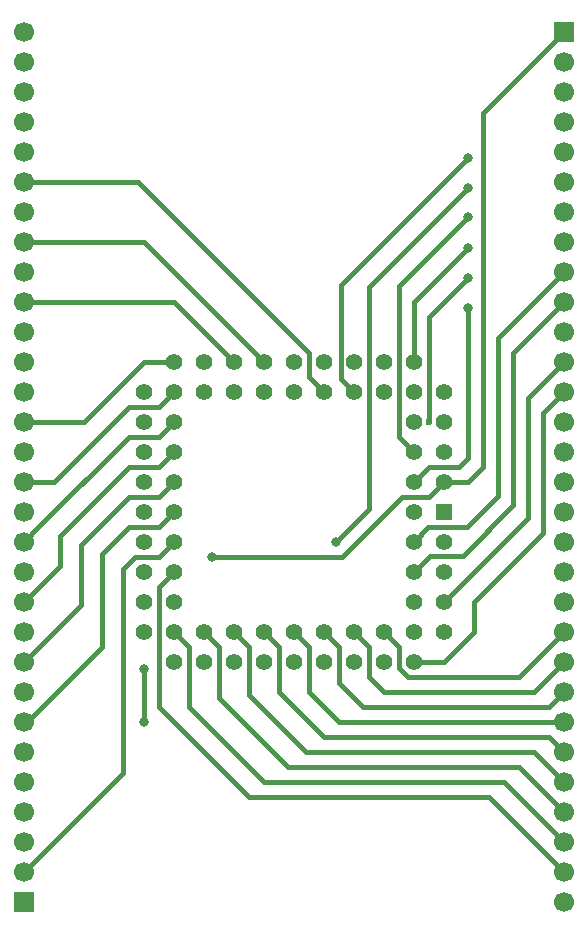
<source format=gbl>
G04 #@! TF.GenerationSoftware,KiCad,Pcbnew,9.0.1*
G04 #@! TF.CreationDate,2025-04-19T16:30:10+02:00*
G04 #@! TF.ProjectId,80286,38303238-362e-46b6-9963-61645f706362,rev?*
G04 #@! TF.SameCoordinates,Original*
G04 #@! TF.FileFunction,Copper,L2,Bot*
G04 #@! TF.FilePolarity,Positive*
%FSLAX46Y46*%
G04 Gerber Fmt 4.6, Leading zero omitted, Abs format (unit mm)*
G04 Created by KiCad (PCBNEW 9.0.1) date 2025-04-19 16:30:10*
%MOMM*%
%LPD*%
G01*
G04 APERTURE LIST*
G04 #@! TA.AperFunction,ComponentPad*
%ADD10R,1.422400X1.422400*%
G04 #@! TD*
G04 #@! TA.AperFunction,ComponentPad*
%ADD11C,1.422400*%
G04 #@! TD*
G04 #@! TA.AperFunction,ComponentPad*
%ADD12C,1.700000*%
G04 #@! TD*
G04 #@! TA.AperFunction,ComponentPad*
%ADD13R,1.700000X1.700000*%
G04 #@! TD*
G04 #@! TA.AperFunction,ViaPad*
%ADD14C,0.800000*%
G04 #@! TD*
G04 #@! TA.AperFunction,ViaPad*
%ADD15C,0.600000*%
G04 #@! TD*
G04 #@! TA.AperFunction,Conductor*
%ADD16C,0.400000*%
G04 #@! TD*
G04 APERTURE END LIST*
D10*
X198120000Y-156640000D03*
D11*
X195580000Y-156640000D03*
X198120000Y-154100000D03*
X195580000Y-154100000D03*
X198120000Y-151560000D03*
X195580000Y-151560000D03*
X198120000Y-149020000D03*
X195580000Y-149020000D03*
X198120000Y-146480000D03*
X195580000Y-143940000D03*
X195580000Y-146480000D03*
X193040000Y-143940000D03*
X193040000Y-146480000D03*
X190500000Y-143940000D03*
X190500000Y-146480000D03*
X187960000Y-143940000D03*
X187960000Y-146480000D03*
X185420000Y-143940000D03*
X185420000Y-146480000D03*
X182880000Y-143940000D03*
X182880000Y-146480000D03*
X180340000Y-143940000D03*
X180340000Y-146480000D03*
X177800000Y-143940000D03*
X177800000Y-146480000D03*
X175260000Y-143940000D03*
X172720000Y-146480000D03*
X175260000Y-146480000D03*
X172720000Y-149020000D03*
X175260000Y-149020000D03*
X172720000Y-151560000D03*
X175260000Y-151560000D03*
X172720000Y-154100000D03*
X175260000Y-154100000D03*
X172720000Y-156640000D03*
X175260000Y-156640000D03*
X172720000Y-159180000D03*
X175260000Y-159180000D03*
X172720000Y-161720000D03*
X175260000Y-161720000D03*
X172720000Y-164260000D03*
X175260000Y-164260000D03*
X172720000Y-166800000D03*
X175260000Y-169340000D03*
X175260000Y-166800000D03*
X177800000Y-169340000D03*
X177800000Y-166800000D03*
X180340000Y-169340000D03*
X180340000Y-166800000D03*
X182880000Y-169340000D03*
X182880000Y-166800000D03*
X185420000Y-169340000D03*
X185420000Y-166800000D03*
X187960000Y-169340000D03*
X187960000Y-166800000D03*
X190500000Y-169340000D03*
X190500000Y-166800000D03*
X193040000Y-169340000D03*
X193040000Y-166800000D03*
X195580000Y-169340000D03*
X198120000Y-166800000D03*
X195580000Y-166800000D03*
X198120000Y-164260000D03*
X195580000Y-164260000D03*
X198120000Y-161720000D03*
X195580000Y-161720000D03*
X198120000Y-159180000D03*
X195580000Y-159180000D03*
D12*
X208280000Y-189660000D03*
X208280000Y-187120000D03*
X208280000Y-184580000D03*
X208280000Y-182040000D03*
X208280000Y-179500000D03*
X208280000Y-176960000D03*
X208280000Y-174420000D03*
X208280000Y-171880000D03*
X208280000Y-169340000D03*
X208280000Y-166800000D03*
X208280000Y-164260000D03*
X208280000Y-161720000D03*
X208280000Y-159180000D03*
X208280000Y-156640000D03*
X208280000Y-154100000D03*
X208280000Y-151560000D03*
X208280000Y-149020000D03*
X208280000Y-146480000D03*
X208280000Y-143940000D03*
X208280000Y-141400000D03*
X208280000Y-138860000D03*
X208280000Y-136320000D03*
X208280000Y-133780000D03*
X208280000Y-131240000D03*
X208280000Y-128700000D03*
X208280000Y-126160000D03*
X208280000Y-123620000D03*
X208280000Y-121080000D03*
X208280000Y-118540000D03*
D13*
X208280000Y-116000000D03*
D12*
X162560000Y-116000000D03*
X162560000Y-118540000D03*
X162560000Y-121080000D03*
X162560000Y-123620000D03*
X162560000Y-126160000D03*
X162560000Y-128700000D03*
X162560000Y-131240000D03*
X162560000Y-133780000D03*
X162560000Y-136320000D03*
X162560000Y-138860000D03*
X162560000Y-141400000D03*
X162560000Y-143940000D03*
X162560000Y-146480000D03*
X162560000Y-149020000D03*
X162560000Y-151560000D03*
X162560000Y-154100000D03*
X162560000Y-156640000D03*
X162560000Y-159180000D03*
X162560000Y-161720000D03*
X162560000Y-164260000D03*
X162560000Y-166800000D03*
X162560000Y-169340000D03*
X162560000Y-171880000D03*
X162560000Y-174420000D03*
X162560000Y-176960000D03*
X162560000Y-179500000D03*
X162560000Y-182040000D03*
X162560000Y-184580000D03*
X162560000Y-187120000D03*
D13*
X162560000Y-189660000D03*
D14*
X200152000Y-139368000D03*
X200119500Y-131715500D03*
X200152000Y-134288000D03*
X200152000Y-126668000D03*
X172720000Y-169975000D03*
X172720000Y-174420000D03*
X188976000Y-159180000D03*
X200152000Y-129208000D03*
X200152000Y-136828000D03*
D15*
X196850000Y-149020000D03*
D14*
X178435000Y-160450000D03*
D16*
X175260000Y-138860000D02*
X180340000Y-143940000D01*
X162560000Y-138860000D02*
X175260000Y-138860000D01*
X170942000Y-178738000D02*
X162560000Y-187120000D01*
X170942000Y-161466000D02*
X170942000Y-178738000D01*
X171958000Y-160450000D02*
X170942000Y-161466000D01*
X173990000Y-160450000D02*
X171958000Y-160450000D01*
X175260000Y-159180000D02*
X173990000Y-160450000D01*
X172720000Y-143940000D02*
X175260000Y-143940000D01*
X162560000Y-149020000D02*
X167640000Y-149020000D01*
X167640000Y-149020000D02*
X172720000Y-143940000D01*
X173990000Y-147750000D02*
X175260000Y-146480000D01*
X165100000Y-154100000D02*
X171450000Y-147750000D01*
X171450000Y-147750000D02*
X173990000Y-147750000D01*
X162560000Y-154100000D02*
X165100000Y-154100000D01*
X200152000Y-152068000D02*
X199390000Y-152830000D01*
X199390000Y-152830000D02*
X196850000Y-152830000D01*
X200152000Y-139368000D02*
X200152000Y-152068000D01*
X196850000Y-152830000D02*
X195580000Y-154100000D01*
X194310000Y-137525000D02*
X194310000Y-150290000D01*
X194310000Y-150290000D02*
X195580000Y-151560000D01*
X200119500Y-131715500D02*
X194310000Y-137525000D01*
X200152000Y-134288000D02*
X195580000Y-138860000D01*
X195580000Y-138860000D02*
X195580000Y-143940000D01*
X189387800Y-137432200D02*
X189387800Y-145367800D01*
X200152000Y-126668000D02*
X189387800Y-137432200D01*
X189387800Y-145367800D02*
X190500000Y-146480000D01*
X186690000Y-145210000D02*
X187960000Y-146480000D01*
X172212000Y-128700000D02*
X186690000Y-143178000D01*
X186690000Y-143178000D02*
X186690000Y-145210000D01*
X162560000Y-128700000D02*
X172212000Y-128700000D01*
X173990000Y-150290000D02*
X175260000Y-149020000D01*
X163849000Y-157891000D02*
X163830000Y-157872000D01*
X163830000Y-157872000D02*
X163868000Y-157872000D01*
X163868000Y-157872000D02*
X171450000Y-150290000D01*
X171450000Y-150290000D02*
X173990000Y-150290000D01*
X162560000Y-159180000D02*
X163849000Y-157891000D01*
X201930000Y-180770000D02*
X208280000Y-187120000D01*
X173990000Y-173150000D02*
X181610000Y-180770000D01*
X175260000Y-161720000D02*
X173990000Y-162990000D01*
X181610000Y-180770000D02*
X201930000Y-180770000D01*
X173990000Y-162990000D02*
X173990000Y-173150000D01*
X172720000Y-169975000D02*
X172720000Y-174420000D01*
X176530000Y-168070000D02*
X175260000Y-166800000D01*
X203200000Y-179500000D02*
X182880000Y-179500000D01*
X182880000Y-179500000D02*
X176530000Y-173150000D01*
X176530000Y-173150000D02*
X176530000Y-168070000D01*
X208280000Y-184580000D02*
X203200000Y-179500000D01*
X208280000Y-182040000D02*
X204470000Y-178230000D01*
X204470000Y-178230000D02*
X184912000Y-178230000D01*
X179070000Y-168070000D02*
X177800000Y-166800000D01*
X179070000Y-172388000D02*
X179070000Y-168070000D01*
X184912000Y-178230000D02*
X179070000Y-172388000D01*
X186436000Y-176960000D02*
X181610000Y-172134000D01*
X205740000Y-176960000D02*
X186436000Y-176960000D01*
X208280000Y-179500000D02*
X205740000Y-176960000D01*
X181610000Y-172134000D02*
X181610000Y-168070000D01*
X181610000Y-168070000D02*
X180340000Y-166800000D01*
X187960000Y-175690000D02*
X184150000Y-171880000D01*
X184150000Y-168070000D02*
X182880000Y-166800000D01*
X207010000Y-175690000D02*
X187960000Y-175690000D01*
X184150000Y-171880000D02*
X184150000Y-168070000D01*
X208280000Y-176960000D02*
X207010000Y-175690000D01*
X186690000Y-171880000D02*
X186690000Y-168070000D01*
X186690000Y-168070000D02*
X185420000Y-166800000D01*
X208280000Y-174420000D02*
X189230000Y-174420000D01*
X189230000Y-174420000D02*
X186690000Y-171880000D01*
X190500000Y-166800000D02*
X191770000Y-168070000D01*
X193040000Y-171880000D02*
X205740000Y-171880000D01*
X191770000Y-170610000D02*
X193040000Y-171880000D01*
X191770000Y-168070000D02*
X191770000Y-170610000D01*
X205740000Y-171880000D02*
X208280000Y-169340000D01*
X193040000Y-166800000D02*
X194310000Y-168070000D01*
X194310000Y-169848000D02*
X195072000Y-170610000D01*
X194310000Y-168070000D02*
X194310000Y-169848000D01*
X195072000Y-170610000D02*
X204470000Y-170610000D01*
X204470000Y-170610000D02*
X208280000Y-166800000D01*
X206502000Y-148258000D02*
X206502000Y-158418000D01*
X198120000Y-169340000D02*
X195580000Y-169340000D01*
X206502000Y-158418000D02*
X200660000Y-164260000D01*
X208280000Y-146480000D02*
X206502000Y-148258000D01*
X200660000Y-164260000D02*
X200660000Y-166800000D01*
X200660000Y-166800000D02*
X198120000Y-169340000D01*
X191770000Y-137590000D02*
X191770000Y-156386000D01*
X191770000Y-156386000D02*
X188976000Y-159180000D01*
X200152000Y-129208000D02*
X191770000Y-137590000D01*
X203962000Y-156093000D02*
X203962000Y-143178000D01*
X196928000Y-160372000D02*
X199683000Y-160372000D01*
X203962000Y-143178000D02*
X208280000Y-138860000D01*
X195580000Y-161720000D02*
X196928000Y-160372000D01*
X199683000Y-160372000D02*
X203962000Y-156093000D01*
X205232000Y-157148000D02*
X198120000Y-164260000D01*
X205232000Y-146988000D02*
X205232000Y-157148000D01*
X208280000Y-143940000D02*
X205232000Y-146988000D01*
X202692000Y-155292000D02*
X202692000Y-141908000D01*
X196801000Y-157959000D02*
X200025000Y-157959000D01*
X195580000Y-159180000D02*
X196801000Y-157959000D01*
X202692000Y-141908000D02*
X208280000Y-136320000D01*
X200025000Y-157959000D02*
X202692000Y-155292000D01*
X207010000Y-173150000D02*
X191262000Y-173150000D01*
X191262000Y-173150000D02*
X189230000Y-171118000D01*
X189230000Y-171118000D02*
X189230000Y-168070000D01*
X208280000Y-171880000D02*
X207010000Y-173150000D01*
X189230000Y-168070000D02*
X187960000Y-166800000D01*
X196850000Y-140130000D02*
X196850000Y-149020000D01*
X200152000Y-136828000D02*
X196850000Y-140130000D01*
X197739000Y-154100000D02*
X198120000Y-154100000D01*
X198120000Y-154100000D02*
X200152000Y-154100000D01*
X201422000Y-152830000D02*
X201422000Y-122858000D01*
X196850000Y-155370000D02*
X198120000Y-154100000D01*
X201422000Y-122858000D02*
X208280000Y-116000000D01*
X194564000Y-155370000D02*
X196850000Y-155370000D01*
X178435000Y-160450000D02*
X189484000Y-160450000D01*
X200152000Y-154100000D02*
X201422000Y-152830000D01*
X189484000Y-160450000D02*
X194564000Y-155370000D01*
X173990000Y-152830000D02*
X175260000Y-151560000D01*
X171450000Y-152830000D02*
X173990000Y-152830000D01*
X165608000Y-158672000D02*
X171450000Y-152830000D01*
X165608000Y-161212000D02*
X165608000Y-158672000D01*
X162560000Y-164260000D02*
X165608000Y-161212000D01*
X167386000Y-159434000D02*
X167386000Y-164514000D01*
X167386000Y-164514000D02*
X162560000Y-169340000D01*
X171450000Y-155370000D02*
X167386000Y-159434000D01*
X175260000Y-154100000D02*
X173990000Y-155370000D01*
X173990000Y-155370000D02*
X171450000Y-155370000D01*
X171450000Y-157910000D02*
X173990000Y-157910000D01*
X169164000Y-160196000D02*
X171450000Y-157910000D01*
X169164000Y-168070000D02*
X169164000Y-160196000D01*
X162814000Y-174420000D02*
X169164000Y-168070000D01*
X162560000Y-174420000D02*
X162814000Y-174420000D01*
X173990000Y-157910000D02*
X175260000Y-156640000D01*
X172720000Y-133780000D02*
X182880000Y-143940000D01*
X162560000Y-133780000D02*
X172720000Y-133780000D01*
M02*

</source>
